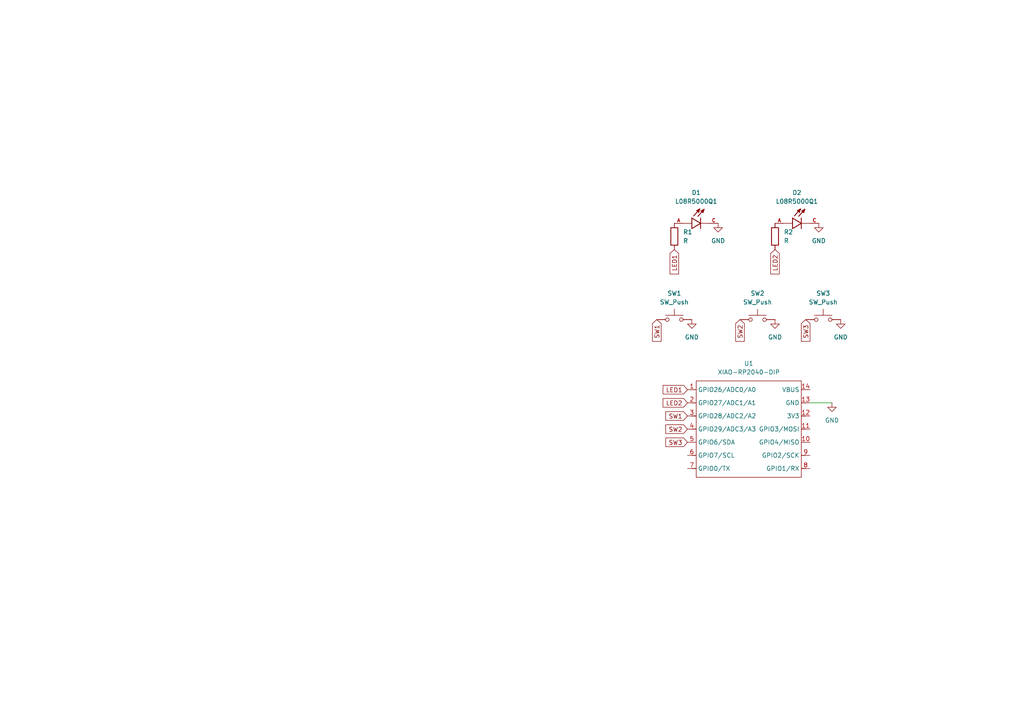
<source format=kicad_sch>
(kicad_sch
	(version 20250114)
	(generator "eeschema")
	(generator_version "9.0")
	(uuid "fb27eea5-7dfb-43ad-85fc-8edfe54c66bc")
	(paper "A4")
	(lib_symbols
		(symbol "Device:R"
			(pin_numbers
				(hide yes)
			)
			(pin_names
				(offset 0)
			)
			(exclude_from_sim no)
			(in_bom yes)
			(on_board yes)
			(property "Reference" "R"
				(at 2.032 0 90)
				(effects
					(font
						(size 1.27 1.27)
					)
				)
			)
			(property "Value" "R"
				(at 0 0 90)
				(effects
					(font
						(size 1.27 1.27)
					)
				)
			)
			(property "Footprint" ""
				(at -1.778 0 90)
				(effects
					(font
						(size 1.27 1.27)
					)
					(hide yes)
				)
			)
			(property "Datasheet" "~"
				(at 0 0 0)
				(effects
					(font
						(size 1.27 1.27)
					)
					(hide yes)
				)
			)
			(property "Description" "Resistor"
				(at 0 0 0)
				(effects
					(font
						(size 1.27 1.27)
					)
					(hide yes)
				)
			)
			(property "ki_keywords" "R res resistor"
				(at 0 0 0)
				(effects
					(font
						(size 1.27 1.27)
					)
					(hide yes)
				)
			)
			(property "ki_fp_filters" "R_*"
				(at 0 0 0)
				(effects
					(font
						(size 1.27 1.27)
					)
					(hide yes)
				)
			)
			(symbol "R_0_1"
				(rectangle
					(start -1.016 -2.54)
					(end 1.016 2.54)
					(stroke
						(width 0.254)
						(type default)
					)
					(fill
						(type none)
					)
				)
			)
			(symbol "R_1_1"
				(pin passive line
					(at 0 3.81 270)
					(length 1.27)
					(name "~"
						(effects
							(font
								(size 1.27 1.27)
							)
						)
					)
					(number "1"
						(effects
							(font
								(size 1.27 1.27)
							)
						)
					)
				)
				(pin passive line
					(at 0 -3.81 90)
					(length 1.27)
					(name "~"
						(effects
							(font
								(size 1.27 1.27)
							)
						)
					)
					(number "2"
						(effects
							(font
								(size 1.27 1.27)
							)
						)
					)
				)
			)
			(embedded_fonts no)
		)
		(symbol "L08R5000Q1:L08R5000Q1"
			(pin_names
				(offset 1.016)
			)
			(exclude_from_sim no)
			(in_bom yes)
			(on_board yes)
			(property "Reference" "D"
				(at -3.0988 4.4958 0)
				(effects
					(font
						(size 1.27 1.27)
					)
					(justify left bottom)
				)
			)
			(property "Value" "L08R5000Q1"
				(at -3.556 -3.302 0)
				(effects
					(font
						(size 1.27 1.27)
					)
					(justify left bottom)
				)
			)
			(property "Footprint" "L08R5000Q1:LEDRD254W57D500H1070"
				(at 0 0 0)
				(effects
					(font
						(size 1.27 1.27)
					)
					(justify bottom)
					(hide yes)
				)
			)
			(property "Datasheet" ""
				(at 0 0 0)
				(effects
					(font
						(size 1.27 1.27)
					)
					(hide yes)
				)
			)
			(property "Description" ""
				(at 0 0 0)
				(effects
					(font
						(size 1.27 1.27)
					)
					(hide yes)
				)
			)
			(property "MF" "LED Technology"
				(at 0 0 0)
				(effects
					(font
						(size 1.27 1.27)
					)
					(justify bottom)
					(hide yes)
				)
			)
			(property "MAXIMUM_PACKAGE_HEIGHT" "10.7mm"
				(at 0 0 0)
				(effects
					(font
						(size 1.27 1.27)
					)
					(justify bottom)
					(hide yes)
				)
			)
			(property "Package" "None"
				(at 0 0 0)
				(effects
					(font
						(size 1.27 1.27)
					)
					(justify bottom)
					(hide yes)
				)
			)
			(property "Price" "None"
				(at 0 0 0)
				(effects
					(font
						(size 1.27 1.27)
					)
					(justify bottom)
					(hide yes)
				)
			)
			(property "Check_prices" "https://www.snapeda.com/parts/L08R5000Q1/LED+Technology/view-part/?ref=eda"
				(at 0 0 0)
				(effects
					(font
						(size 1.27 1.27)
					)
					(justify bottom)
					(hide yes)
				)
			)
			(property "STANDARD" "IPC-7351B"
				(at 0 0 0)
				(effects
					(font
						(size 1.27 1.27)
					)
					(justify bottom)
					(hide yes)
				)
			)
			(property "PARTREV" "NA"
				(at 0 0 0)
				(effects
					(font
						(size 1.27 1.27)
					)
					(justify bottom)
					(hide yes)
				)
			)
			(property "SnapEDA_Link" "https://www.snapeda.com/parts/L08R5000Q1/LED+Technology/view-part/?ref=snap"
				(at 0 0 0)
				(effects
					(font
						(size 1.27 1.27)
					)
					(justify bottom)
					(hide yes)
				)
			)
			(property "MP" "L08R5000Q1"
				(at 0 0 0)
				(effects
					(font
						(size 1.27 1.27)
					)
					(justify bottom)
					(hide yes)
				)
			)
			(property "Description_1" "LED, 5MM, ORANGE; LED / Lamp Size: 5mm / T-1 3/4; LED Colour: Orange; Typ Luminous Intensity: 4.3mcd; Viewing Angle: ..."
				(at 0 0 0)
				(effects
					(font
						(size 1.27 1.27)
					)
					(justify bottom)
					(hide yes)
				)
			)
			(property "Availability" "Not in stock"
				(at 0 0 0)
				(effects
					(font
						(size 1.27 1.27)
					)
					(justify bottom)
					(hide yes)
				)
			)
			(property "MANUFACTURER" "LED TECHNOLOGY"
				(at 0 0 0)
				(effects
					(font
						(size 1.27 1.27)
					)
					(justify bottom)
					(hide yes)
				)
			)
			(symbol "L08R5000Q1_0_0"
				(polyline
					(pts
						(xy -2.54 1.524) (xy -2.54 0)
					)
					(stroke
						(width 0.254)
						(type default)
					)
					(fill
						(type none)
					)
				)
				(polyline
					(pts
						(xy -2.54 0) (xy -5.08 0)
					)
					(stroke
						(width 0.1524)
						(type default)
					)
					(fill
						(type none)
					)
				)
				(polyline
					(pts
						(xy -2.54 0) (xy -2.54 -1.524)
					)
					(stroke
						(width 0.254)
						(type default)
					)
					(fill
						(type none)
					)
				)
				(polyline
					(pts
						(xy -2.54 -1.524) (xy 0 0)
					)
					(stroke
						(width 0.254)
						(type default)
					)
					(fill
						(type none)
					)
				)
				(polyline
					(pts
						(xy -1.1176 3.683) (xy -0.2286 4.1656)
					)
					(stroke
						(width 0.254)
						(type default)
					)
					(fill
						(type none)
					)
				)
				(polyline
					(pts
						(xy -0.9398 3.6068) (xy -0.7112 3.7592)
					)
					(stroke
						(width 0.254)
						(type default)
					)
					(fill
						(type none)
					)
				)
				(polyline
					(pts
						(xy -0.5588 3.2004) (xy -1.1176 3.683)
					)
					(stroke
						(width 0.254)
						(type default)
					)
					(fill
						(type none)
					)
				)
				(polyline
					(pts
						(xy -0.5588 3.2004) (xy -0.5334 3.937)
					)
					(stroke
						(width 0.254)
						(type default)
					)
					(fill
						(type none)
					)
				)
				(polyline
					(pts
						(xy -0.5334 3.937) (xy -0.6604 3.937)
					)
					(stroke
						(width 0.254)
						(type default)
					)
					(fill
						(type none)
					)
				)
				(polyline
					(pts
						(xy -0.2286 4.1656) (xy -2.0066 2.1336)
					)
					(stroke
						(width 0.254)
						(type default)
					)
					(fill
						(type none)
					)
				)
				(polyline
					(pts
						(xy -0.2286 4.1656) (xy -0.5588 3.2004)
					)
					(stroke
						(width 0.254)
						(type default)
					)
					(fill
						(type none)
					)
				)
				(polyline
					(pts
						(xy 0 1.524) (xy 0 0)
					)
					(stroke
						(width 0.254)
						(type default)
					)
					(fill
						(type none)
					)
				)
				(polyline
					(pts
						(xy 0 0) (xy -2.54 1.524)
					)
					(stroke
						(width 0.254)
						(type default)
					)
					(fill
						(type none)
					)
				)
				(polyline
					(pts
						(xy 0 0) (xy 0 -1.524)
					)
					(stroke
						(width 0.254)
						(type default)
					)
					(fill
						(type none)
					)
				)
				(polyline
					(pts
						(xy 0.127 3.5814) (xy 1.016 4.064)
					)
					(stroke
						(width 0.254)
						(type default)
					)
					(fill
						(type none)
					)
				)
				(polyline
					(pts
						(xy 0.3048 3.5052) (xy 0.5334 3.6576)
					)
					(stroke
						(width 0.254)
						(type default)
					)
					(fill
						(type none)
					)
				)
				(polyline
					(pts
						(xy 0.6858 3.0988) (xy 0.127 3.5814)
					)
					(stroke
						(width 0.254)
						(type default)
					)
					(fill
						(type none)
					)
				)
				(polyline
					(pts
						(xy 0.6858 3.0988) (xy 0.7112 3.8354)
					)
					(stroke
						(width 0.254)
						(type default)
					)
					(fill
						(type none)
					)
				)
				(polyline
					(pts
						(xy 0.7112 3.8354) (xy 0.5842 3.8354)
					)
					(stroke
						(width 0.254)
						(type default)
					)
					(fill
						(type none)
					)
				)
				(polyline
					(pts
						(xy 1.016 4.064) (xy -0.762 2.032)
					)
					(stroke
						(width 0.254)
						(type default)
					)
					(fill
						(type none)
					)
				)
				(polyline
					(pts
						(xy 1.016 4.064) (xy 0.6858 3.0988)
					)
					(stroke
						(width 0.254)
						(type default)
					)
					(fill
						(type none)
					)
				)
				(polyline
					(pts
						(xy 2.54 0) (xy 0 0)
					)
					(stroke
						(width 0.1524)
						(type default)
					)
					(fill
						(type none)
					)
				)
				(pin passive line
					(at -7.62 0 0)
					(length 2.54)
					(name "~"
						(effects
							(font
								(size 1.016 1.016)
							)
						)
					)
					(number "A"
						(effects
							(font
								(size 1.016 1.016)
							)
						)
					)
				)
				(pin passive line
					(at 5.08 0 180)
					(length 2.54)
					(name "~"
						(effects
							(font
								(size 1.016 1.016)
							)
						)
					)
					(number "C"
						(effects
							(font
								(size 1.016 1.016)
							)
						)
					)
				)
			)
			(embedded_fonts no)
		)
		(symbol "Seeed_Studio_XIAO_Series:XIAO-RP2040-DIP"
			(exclude_from_sim no)
			(in_bom yes)
			(on_board yes)
			(property "Reference" "U"
				(at 0 0 0)
				(effects
					(font
						(size 1.27 1.27)
					)
				)
			)
			(property "Value" "XIAO-RP2040-DIP"
				(at 5.334 -1.778 0)
				(effects
					(font
						(size 1.27 1.27)
					)
				)
			)
			(property "Footprint" "Module:MOUDLE14P-XIAO-DIP-SMD"
				(at 14.478 -32.258 0)
				(effects
					(font
						(size 1.27 1.27)
					)
					(hide yes)
				)
			)
			(property "Datasheet" ""
				(at 0 0 0)
				(effects
					(font
						(size 1.27 1.27)
					)
					(hide yes)
				)
			)
			(property "Description" ""
				(at 0 0 0)
				(effects
					(font
						(size 1.27 1.27)
					)
					(hide yes)
				)
			)
			(symbol "XIAO-RP2040-DIP_1_0"
				(polyline
					(pts
						(xy -1.27 -2.54) (xy 29.21 -2.54)
					)
					(stroke
						(width 0.1524)
						(type solid)
					)
					(fill
						(type none)
					)
				)
				(polyline
					(pts
						(xy -1.27 -5.08) (xy -2.54 -5.08)
					)
					(stroke
						(width 0.1524)
						(type solid)
					)
					(fill
						(type none)
					)
				)
				(polyline
					(pts
						(xy -1.27 -5.08) (xy -1.27 -2.54)
					)
					(stroke
						(width 0.1524)
						(type solid)
					)
					(fill
						(type none)
					)
				)
				(polyline
					(pts
						(xy -1.27 -8.89) (xy -2.54 -8.89)
					)
					(stroke
						(width 0.1524)
						(type solid)
					)
					(fill
						(type none)
					)
				)
				(polyline
					(pts
						(xy -1.27 -8.89) (xy -1.27 -5.08)
					)
					(stroke
						(width 0.1524)
						(type solid)
					)
					(fill
						(type none)
					)
				)
				(polyline
					(pts
						(xy -1.27 -12.7) (xy -2.54 -12.7)
					)
					(stroke
						(width 0.1524)
						(type solid)
					)
					(fill
						(type none)
					)
				)
				(polyline
					(pts
						(xy -1.27 -12.7) (xy -1.27 -8.89)
					)
					(stroke
						(width 0.1524)
						(type solid)
					)
					(fill
						(type none)
					)
				)
				(polyline
					(pts
						(xy -1.27 -16.51) (xy -2.54 -16.51)
					)
					(stroke
						(width 0.1524)
						(type solid)
					)
					(fill
						(type none)
					)
				)
				(polyline
					(pts
						(xy -1.27 -16.51) (xy -1.27 -12.7)
					)
					(stroke
						(width 0.1524)
						(type solid)
					)
					(fill
						(type none)
					)
				)
				(polyline
					(pts
						(xy -1.27 -20.32) (xy -2.54 -20.32)
					)
					(stroke
						(width 0.1524)
						(type solid)
					)
					(fill
						(type none)
					)
				)
				(polyline
					(pts
						(xy -1.27 -24.13) (xy -2.54 -24.13)
					)
					(stroke
						(width 0.1524)
						(type solid)
					)
					(fill
						(type none)
					)
				)
				(polyline
					(pts
						(xy -1.27 -27.94) (xy -2.54 -27.94)
					)
					(stroke
						(width 0.1524)
						(type solid)
					)
					(fill
						(type none)
					)
				)
				(polyline
					(pts
						(xy -1.27 -30.48) (xy -1.27 -16.51)
					)
					(stroke
						(width 0.1524)
						(type solid)
					)
					(fill
						(type none)
					)
				)
				(polyline
					(pts
						(xy 29.21 -2.54) (xy 29.21 -5.08)
					)
					(stroke
						(width 0.1524)
						(type solid)
					)
					(fill
						(type none)
					)
				)
				(polyline
					(pts
						(xy 29.21 -5.08) (xy 29.21 -8.89)
					)
					(stroke
						(width 0.1524)
						(type solid)
					)
					(fill
						(type none)
					)
				)
				(polyline
					(pts
						(xy 29.21 -8.89) (xy 29.21 -12.7)
					)
					(stroke
						(width 0.1524)
						(type solid)
					)
					(fill
						(type none)
					)
				)
				(polyline
					(pts
						(xy 29.21 -12.7) (xy 29.21 -30.48)
					)
					(stroke
						(width 0.1524)
						(type solid)
					)
					(fill
						(type none)
					)
				)
				(polyline
					(pts
						(xy 29.21 -30.48) (xy -1.27 -30.48)
					)
					(stroke
						(width 0.1524)
						(type solid)
					)
					(fill
						(type none)
					)
				)
				(polyline
					(pts
						(xy 30.48 -5.08) (xy 29.21 -5.08)
					)
					(stroke
						(width 0.1524)
						(type solid)
					)
					(fill
						(type none)
					)
				)
				(polyline
					(pts
						(xy 30.48 -8.89) (xy 29.21 -8.89)
					)
					(stroke
						(width 0.1524)
						(type solid)
					)
					(fill
						(type none)
					)
				)
				(polyline
					(pts
						(xy 30.48 -12.7) (xy 29.21 -12.7)
					)
					(stroke
						(width 0.1524)
						(type solid)
					)
					(fill
						(type none)
					)
				)
				(polyline
					(pts
						(xy 30.48 -16.51) (xy 29.21 -16.51)
					)
					(stroke
						(width 0.1524)
						(type solid)
					)
					(fill
						(type none)
					)
				)
				(polyline
					(pts
						(xy 30.48 -20.32) (xy 29.21 -20.32)
					)
					(stroke
						(width 0.1524)
						(type solid)
					)
					(fill
						(type none)
					)
				)
				(polyline
					(pts
						(xy 30.48 -24.13) (xy 29.21 -24.13)
					)
					(stroke
						(width 0.1524)
						(type solid)
					)
					(fill
						(type none)
					)
				)
				(polyline
					(pts
						(xy 30.48 -27.94) (xy 29.21 -27.94)
					)
					(stroke
						(width 0.1524)
						(type solid)
					)
					(fill
						(type none)
					)
				)
				(pin passive line
					(at -3.81 -5.08 0)
					(length 2.54)
					(name "GPIO26/ADC0/A0"
						(effects
							(font
								(size 1.27 1.27)
							)
						)
					)
					(number "1"
						(effects
							(font
								(size 1.27 1.27)
							)
						)
					)
				)
				(pin passive line
					(at -3.81 -8.89 0)
					(length 2.54)
					(name "GPIO27/ADC1/A1"
						(effects
							(font
								(size 1.27 1.27)
							)
						)
					)
					(number "2"
						(effects
							(font
								(size 1.27 1.27)
							)
						)
					)
				)
				(pin passive line
					(at -3.81 -12.7 0)
					(length 2.54)
					(name "GPIO28/ADC2/A2"
						(effects
							(font
								(size 1.27 1.27)
							)
						)
					)
					(number "3"
						(effects
							(font
								(size 1.27 1.27)
							)
						)
					)
				)
				(pin passive line
					(at -3.81 -16.51 0)
					(length 2.54)
					(name "GPIO29/ADC3/A3"
						(effects
							(font
								(size 1.27 1.27)
							)
						)
					)
					(number "4"
						(effects
							(font
								(size 1.27 1.27)
							)
						)
					)
				)
				(pin passive line
					(at -3.81 -20.32 0)
					(length 2.54)
					(name "GPIO6/SDA"
						(effects
							(font
								(size 1.27 1.27)
							)
						)
					)
					(number "5"
						(effects
							(font
								(size 1.27 1.27)
							)
						)
					)
				)
				(pin passive line
					(at -3.81 -24.13 0)
					(length 2.54)
					(name "GPIO7/SCL"
						(effects
							(font
								(size 1.27 1.27)
							)
						)
					)
					(number "6"
						(effects
							(font
								(size 1.27 1.27)
							)
						)
					)
				)
				(pin passive line
					(at -3.81 -27.94 0)
					(length 2.54)
					(name "GPIO0/TX"
						(effects
							(font
								(size 1.27 1.27)
							)
						)
					)
					(number "7"
						(effects
							(font
								(size 1.27 1.27)
							)
						)
					)
				)
				(pin passive line
					(at 31.75 -5.08 180)
					(length 2.54)
					(name "VBUS"
						(effects
							(font
								(size 1.27 1.27)
							)
						)
					)
					(number "14"
						(effects
							(font
								(size 1.27 1.27)
							)
						)
					)
				)
				(pin passive line
					(at 31.75 -8.89 180)
					(length 2.54)
					(name "GND"
						(effects
							(font
								(size 1.27 1.27)
							)
						)
					)
					(number "13"
						(effects
							(font
								(size 1.27 1.27)
							)
						)
					)
				)
				(pin passive line
					(at 31.75 -12.7 180)
					(length 2.54)
					(name "3V3"
						(effects
							(font
								(size 1.27 1.27)
							)
						)
					)
					(number "12"
						(effects
							(font
								(size 1.27 1.27)
							)
						)
					)
				)
				(pin passive line
					(at 31.75 -16.51 180)
					(length 2.54)
					(name "GPIO3/MOSI"
						(effects
							(font
								(size 1.27 1.27)
							)
						)
					)
					(number "11"
						(effects
							(font
								(size 1.27 1.27)
							)
						)
					)
				)
				(pin passive line
					(at 31.75 -20.32 180)
					(length 2.54)
					(name "GPIO4/MISO"
						(effects
							(font
								(size 1.27 1.27)
							)
						)
					)
					(number "10"
						(effects
							(font
								(size 1.27 1.27)
							)
						)
					)
				)
				(pin passive line
					(at 31.75 -24.13 180)
					(length 2.54)
					(name "GPIO2/SCK"
						(effects
							(font
								(size 1.27 1.27)
							)
						)
					)
					(number "9"
						(effects
							(font
								(size 1.27 1.27)
							)
						)
					)
				)
				(pin passive line
					(at 31.75 -27.94 180)
					(length 2.54)
					(name "GPIO1/RX"
						(effects
							(font
								(size 1.27 1.27)
							)
						)
					)
					(number "8"
						(effects
							(font
								(size 1.27 1.27)
							)
						)
					)
				)
			)
			(embedded_fonts no)
		)
		(symbol "Switch:SW_Push"
			(pin_numbers
				(hide yes)
			)
			(pin_names
				(offset 1.016)
				(hide yes)
			)
			(exclude_from_sim no)
			(in_bom yes)
			(on_board yes)
			(property "Reference" "SW"
				(at 1.27 2.54 0)
				(effects
					(font
						(size 1.27 1.27)
					)
					(justify left)
				)
			)
			(property "Value" "SW_Push"
				(at 0 -1.524 0)
				(effects
					(font
						(size 1.27 1.27)
					)
				)
			)
			(property "Footprint" ""
				(at 0 5.08 0)
				(effects
					(font
						(size 1.27 1.27)
					)
					(hide yes)
				)
			)
			(property "Datasheet" "~"
				(at 0 5.08 0)
				(effects
					(font
						(size 1.27 1.27)
					)
					(hide yes)
				)
			)
			(property "Description" "Push button switch, generic, two pins"
				(at 0 0 0)
				(effects
					(font
						(size 1.27 1.27)
					)
					(hide yes)
				)
			)
			(property "ki_keywords" "switch normally-open pushbutton push-button"
				(at 0 0 0)
				(effects
					(font
						(size 1.27 1.27)
					)
					(hide yes)
				)
			)
			(symbol "SW_Push_0_1"
				(circle
					(center -2.032 0)
					(radius 0.508)
					(stroke
						(width 0)
						(type default)
					)
					(fill
						(type none)
					)
				)
				(polyline
					(pts
						(xy 0 1.27) (xy 0 3.048)
					)
					(stroke
						(width 0)
						(type default)
					)
					(fill
						(type none)
					)
				)
				(circle
					(center 2.032 0)
					(radius 0.508)
					(stroke
						(width 0)
						(type default)
					)
					(fill
						(type none)
					)
				)
				(polyline
					(pts
						(xy 2.54 1.27) (xy -2.54 1.27)
					)
					(stroke
						(width 0)
						(type default)
					)
					(fill
						(type none)
					)
				)
				(pin passive line
					(at -5.08 0 0)
					(length 2.54)
					(name "1"
						(effects
							(font
								(size 1.27 1.27)
							)
						)
					)
					(number "1"
						(effects
							(font
								(size 1.27 1.27)
							)
						)
					)
				)
				(pin passive line
					(at 5.08 0 180)
					(length 2.54)
					(name "2"
						(effects
							(font
								(size 1.27 1.27)
							)
						)
					)
					(number "2"
						(effects
							(font
								(size 1.27 1.27)
							)
						)
					)
				)
			)
			(embedded_fonts no)
		)
		(symbol "power:GND"
			(power)
			(pin_numbers
				(hide yes)
			)
			(pin_names
				(offset 0)
				(hide yes)
			)
			(exclude_from_sim no)
			(in_bom yes)
			(on_board yes)
			(property "Reference" "#PWR"
				(at 0 -6.35 0)
				(effects
					(font
						(size 1.27 1.27)
					)
					(hide yes)
				)
			)
			(property "Value" "GND"
				(at 0 -3.81 0)
				(effects
					(font
						(size 1.27 1.27)
					)
				)
			)
			(property "Footprint" ""
				(at 0 0 0)
				(effects
					(font
						(size 1.27 1.27)
					)
					(hide yes)
				)
			)
			(property "Datasheet" ""
				(at 0 0 0)
				(effects
					(font
						(size 1.27 1.27)
					)
					(hide yes)
				)
			)
			(property "Description" "Power symbol creates a global label with name \"GND\" , ground"
				(at 0 0 0)
				(effects
					(font
						(size 1.27 1.27)
					)
					(hide yes)
				)
			)
			(property "ki_keywords" "global power"
				(at 0 0 0)
				(effects
					(font
						(size 1.27 1.27)
					)
					(hide yes)
				)
			)
			(symbol "GND_0_1"
				(polyline
					(pts
						(xy 0 0) (xy 0 -1.27) (xy 1.27 -1.27) (xy 0 -2.54) (xy -1.27 -1.27) (xy 0 -1.27)
					)
					(stroke
						(width 0)
						(type default)
					)
					(fill
						(type none)
					)
				)
			)
			(symbol "GND_1_1"
				(pin power_in line
					(at 0 0 270)
					(length 0)
					(name "~"
						(effects
							(font
								(size 1.27 1.27)
							)
						)
					)
					(number "1"
						(effects
							(font
								(size 1.27 1.27)
							)
						)
					)
				)
			)
			(embedded_fonts no)
		)
	)
	(wire
		(pts
			(xy 234.95 116.84) (xy 241.3 116.84)
		)
		(stroke
			(width 0)
			(type default)
		)
		(uuid "5eb32ac6-d1d7-4064-966f-4811f93e9d9b")
	)
	(global_label "SW1"
		(shape input)
		(at 190.5 92.71 270)
		(fields_autoplaced yes)
		(effects
			(font
				(size 1.27 1.27)
			)
			(justify right)
		)
		(uuid "25f44681-09d6-40ee-855b-a59fbbd3eb13")
		(property "Intersheetrefs" "${INTERSHEET_REFS}"
			(at 190.5 99.5656 90)
			(effects
				(font
					(size 1.27 1.27)
				)
				(justify right)
				(hide yes)
			)
		)
	)
	(global_label "SW3"
		(shape input)
		(at 199.39 128.27 180)
		(fields_autoplaced yes)
		(effects
			(font
				(size 1.27 1.27)
			)
			(justify right)
		)
		(uuid "4046a80b-234c-4007-bebc-8cad427e98ad")
		(property "Intersheetrefs" "${INTERSHEET_REFS}"
			(at 192.5344 128.27 0)
			(effects
				(font
					(size 1.27 1.27)
				)
				(justify right)
				(hide yes)
			)
		)
	)
	(global_label "SW3"
		(shape input)
		(at 233.68 92.71 270)
		(fields_autoplaced yes)
		(effects
			(font
				(size 1.27 1.27)
			)
			(justify right)
		)
		(uuid "73e20668-4f56-4cbf-81e4-cb9ada6b8576")
		(property "Intersheetrefs" "${INTERSHEET_REFS}"
			(at 233.68 99.5656 90)
			(effects
				(font
					(size 1.27 1.27)
				)
				(justify right)
				(hide yes)
			)
		)
	)
	(global_label "LED1"
		(shape input)
		(at 195.58 72.39 270)
		(fields_autoplaced yes)
		(effects
			(font
				(size 1.27 1.27)
			)
			(justify right)
		)
		(uuid "7769afe5-a7a6-472d-9dda-3bbd738b0d5d")
		(property "Intersheetrefs" "${INTERSHEET_REFS}"
			(at 195.58 80.0318 90)
			(effects
				(font
					(size 1.27 1.27)
				)
				(justify right)
				(hide yes)
			)
		)
	)
	(global_label "SW2"
		(shape input)
		(at 214.63 92.71 270)
		(fields_autoplaced yes)
		(effects
			(font
				(size 1.27 1.27)
			)
			(justify right)
		)
		(uuid "7ebf5f5f-1ce7-4671-8379-e3c00e125d25")
		(property "Intersheetrefs" "${INTERSHEET_REFS}"
			(at 214.63 99.5656 90)
			(effects
				(font
					(size 1.27 1.27)
				)
				(justify right)
				(hide yes)
			)
		)
	)
	(global_label "LED2"
		(shape input)
		(at 224.79 72.39 270)
		(fields_autoplaced yes)
		(effects
			(font
				(size 1.27 1.27)
			)
			(justify right)
		)
		(uuid "91279dc6-7a5e-42da-943b-fe9db108694c")
		(property "Intersheetrefs" "${INTERSHEET_REFS}"
			(at 224.79 80.0318 90)
			(effects
				(font
					(size 1.27 1.27)
				)
				(justify right)
				(hide yes)
			)
		)
	)
	(global_label "SW1"
		(shape input)
		(at 199.39 120.65 180)
		(fields_autoplaced yes)
		(effects
			(font
				(size 1.27 1.27)
			)
			(justify right)
		)
		(uuid "b4b294fe-1ed7-4657-919a-9c5fd12b361a")
		(property "Intersheetrefs" "${INTERSHEET_REFS}"
			(at 192.5344 120.65 0)
			(effects
				(font
					(size 1.27 1.27)
				)
				(justify right)
				(hide yes)
			)
		)
	)
	(global_label "LED2"
		(shape input)
		(at 199.39 116.84 180)
		(fields_autoplaced yes)
		(effects
			(font
				(size 1.27 1.27)
			)
			(justify right)
		)
		(uuid "bab63590-e95c-42fe-a355-13f328398196")
		(property "Intersheetrefs" "${INTERSHEET_REFS}"
			(at 191.7482 116.84 0)
			(effects
				(font
					(size 1.27 1.27)
				)
				(justify right)
				(hide yes)
			)
		)
	)
	(global_label "SW2"
		(shape input)
		(at 199.39 124.46 180)
		(fields_autoplaced yes)
		(effects
			(font
				(size 1.27 1.27)
			)
			(justify right)
		)
		(uuid "d0f55fb6-b857-498e-90e1-7775d338f816")
		(property "Intersheetrefs" "${INTERSHEET_REFS}"
			(at 192.5344 124.46 0)
			(effects
				(font
					(size 1.27 1.27)
				)
				(justify right)
				(hide yes)
			)
		)
	)
	(global_label "LED1"
		(shape input)
		(at 199.39 113.03 180)
		(fields_autoplaced yes)
		(effects
			(font
				(size 1.27 1.27)
			)
			(justify right)
		)
		(uuid "d2aa01db-b95a-4c1e-b32d-57bbbef840c4")
		(property "Intersheetrefs" "${INTERSHEET_REFS}"
			(at 191.7482 113.03 0)
			(effects
				(font
					(size 1.27 1.27)
				)
				(justify right)
				(hide yes)
			)
		)
	)
	(symbol
		(lib_id "power:GND")
		(at 243.84 92.71 0)
		(unit 1)
		(exclude_from_sim no)
		(in_bom yes)
		(on_board yes)
		(dnp no)
		(fields_autoplaced yes)
		(uuid "00d9b09e-2833-473a-968a-b975356165b4")
		(property "Reference" "#PWR05"
			(at 243.84 99.06 0)
			(effects
				(font
					(size 1.27 1.27)
				)
				(hide yes)
			)
		)
		(property "Value" "GND"
			(at 243.84 97.79 0)
			(effects
				(font
					(size 1.27 1.27)
				)
			)
		)
		(property "Footprint" ""
			(at 243.84 92.71 0)
			(effects
				(font
					(size 1.27 1.27)
				)
				(hide yes)
			)
		)
		(property "Datasheet" ""
			(at 243.84 92.71 0)
			(effects
				(font
					(size 1.27 1.27)
				)
				(hide yes)
			)
		)
		(property "Description" "Power symbol creates a global label with name \"GND\" , ground"
			(at 243.84 92.71 0)
			(effects
				(font
					(size 1.27 1.27)
				)
				(hide yes)
			)
		)
		(pin "1"
			(uuid "b6278490-f439-456f-8ab3-f8b5a34fecba")
		)
		(instances
			(project ""
				(path "/fb27eea5-7dfb-43ad-85fc-8edfe54c66bc"
					(reference "#PWR05")
					(unit 1)
				)
			)
		)
	)
	(symbol
		(lib_id "Switch:SW_Push")
		(at 219.71 92.71 0)
		(unit 1)
		(exclude_from_sim no)
		(in_bom yes)
		(on_board yes)
		(dnp no)
		(fields_autoplaced yes)
		(uuid "0b2dba06-d216-46ec-b59a-f5103d3c9ad5")
		(property "Reference" "SW2"
			(at 219.71 85.09 0)
			(effects
				(font
					(size 1.27 1.27)
				)
			)
		)
		(property "Value" "SW_Push"
			(at 219.71 87.63 0)
			(effects
				(font
					(size 1.27 1.27)
				)
			)
		)
		(property "Footprint" "Button_Switch_Keyboard:SW_Cherry_MX_1.00u_PCB"
			(at 219.71 87.63 0)
			(effects
				(font
					(size 1.27 1.27)
				)
				(hide yes)
			)
		)
		(property "Datasheet" "~"
			(at 219.71 87.63 0)
			(effects
				(font
					(size 1.27 1.27)
				)
				(hide yes)
			)
		)
		(property "Description" "Push button switch, generic, two pins"
			(at 219.71 92.71 0)
			(effects
				(font
					(size 1.27 1.27)
				)
				(hide yes)
			)
		)
		(pin "1"
			(uuid "ca499feb-7ca8-4def-90ae-0b81ea93165a")
		)
		(pin "2"
			(uuid "84b0950b-14d2-43b5-b0d5-1b6177740167")
		)
		(instances
			(project ""
				(path "/fb27eea5-7dfb-43ad-85fc-8edfe54c66bc"
					(reference "SW2")
					(unit 1)
				)
			)
		)
	)
	(symbol
		(lib_id "power:GND")
		(at 237.49 64.77 0)
		(unit 1)
		(exclude_from_sim no)
		(in_bom yes)
		(on_board yes)
		(dnp no)
		(fields_autoplaced yes)
		(uuid "34a6ff3c-bb61-48aa-b87b-9a90d7d20bae")
		(property "Reference" "#PWR02"
			(at 237.49 71.12 0)
			(effects
				(font
					(size 1.27 1.27)
				)
				(hide yes)
			)
		)
		(property "Value" "GND"
			(at 237.49 69.85 0)
			(effects
				(font
					(size 1.27 1.27)
				)
			)
		)
		(property "Footprint" ""
			(at 237.49 64.77 0)
			(effects
				(font
					(size 1.27 1.27)
				)
				(hide yes)
			)
		)
		(property "Datasheet" ""
			(at 237.49 64.77 0)
			(effects
				(font
					(size 1.27 1.27)
				)
				(hide yes)
			)
		)
		(property "Description" "Power symbol creates a global label with name \"GND\" , ground"
			(at 237.49 64.77 0)
			(effects
				(font
					(size 1.27 1.27)
				)
				(hide yes)
			)
		)
		(pin "1"
			(uuid "aed39baf-33da-43fa-a177-e8bd17895579")
		)
		(instances
			(project ""
				(path "/fb27eea5-7dfb-43ad-85fc-8edfe54c66bc"
					(reference "#PWR02")
					(unit 1)
				)
			)
		)
	)
	(symbol
		(lib_id "Switch:SW_Push")
		(at 195.58 92.71 0)
		(unit 1)
		(exclude_from_sim no)
		(in_bom yes)
		(on_board yes)
		(dnp no)
		(fields_autoplaced yes)
		(uuid "3e8b3444-7fc0-4aa9-b5f1-d64190f8872a")
		(property "Reference" "SW1"
			(at 195.58 85.09 0)
			(effects
				(font
					(size 1.27 1.27)
				)
			)
		)
		(property "Value" "SW_Push"
			(at 195.58 87.63 0)
			(effects
				(font
					(size 1.27 1.27)
				)
			)
		)
		(property "Footprint" "Button_Switch_Keyboard:SW_Cherry_MX_1.00u_PCB"
			(at 195.58 87.63 0)
			(effects
				(font
					(size 1.27 1.27)
				)
				(hide yes)
			)
		)
		(property "Datasheet" "~"
			(at 195.58 87.63 0)
			(effects
				(font
					(size 1.27 1.27)
				)
				(hide yes)
			)
		)
		(property "Description" "Push button switch, generic, two pins"
			(at 195.58 92.71 0)
			(effects
				(font
					(size 1.27 1.27)
				)
				(hide yes)
			)
		)
		(pin "1"
			(uuid "94b42f49-d645-4513-9224-57fb42e6f590")
		)
		(pin "2"
			(uuid "453a96df-9fb8-405e-b9c3-bcad16cbc6df")
		)
		(instances
			(project ""
				(path "/fb27eea5-7dfb-43ad-85fc-8edfe54c66bc"
					(reference "SW1")
					(unit 1)
				)
			)
		)
	)
	(symbol
		(lib_id "Switch:SW_Push")
		(at 238.76 92.71 0)
		(unit 1)
		(exclude_from_sim no)
		(in_bom yes)
		(on_board yes)
		(dnp no)
		(fields_autoplaced yes)
		(uuid "74d589f2-c1c6-42b7-a098-8071a5e584e5")
		(property "Reference" "SW3"
			(at 238.76 85.09 0)
			(effects
				(font
					(size 1.27 1.27)
				)
			)
		)
		(property "Value" "SW_Push"
			(at 238.76 87.63 0)
			(effects
				(font
					(size 1.27 1.27)
				)
			)
		)
		(property "Footprint" "Button_Switch_Keyboard:SW_Cherry_MX_1.00u_PCB"
			(at 238.76 87.63 0)
			(effects
				(font
					(size 1.27 1.27)
				)
				(hide yes)
			)
		)
		(property "Datasheet" "~"
			(at 238.76 87.63 0)
			(effects
				(font
					(size 1.27 1.27)
				)
				(hide yes)
			)
		)
		(property "Description" "Push button switch, generic, two pins"
			(at 238.76 92.71 0)
			(effects
				(font
					(size 1.27 1.27)
				)
				(hide yes)
			)
		)
		(pin "1"
			(uuid "1631f58b-36cd-4e15-9136-6d84908d0168")
		)
		(pin "2"
			(uuid "9b83f201-9f74-44ae-9b92-1f1440d991bf")
		)
		(instances
			(project ""
				(path "/fb27eea5-7dfb-43ad-85fc-8edfe54c66bc"
					(reference "SW3")
					(unit 1)
				)
			)
		)
	)
	(symbol
		(lib_id "Device:R")
		(at 224.79 68.58 0)
		(unit 1)
		(exclude_from_sim no)
		(in_bom yes)
		(on_board yes)
		(dnp no)
		(fields_autoplaced yes)
		(uuid "924b0284-507c-4175-8059-277fd736e5a9")
		(property "Reference" "R2"
			(at 227.33 67.3099 0)
			(effects
				(font
					(size 1.27 1.27)
				)
				(justify left)
			)
		)
		(property "Value" "R"
			(at 227.33 69.8499 0)
			(effects
				(font
					(size 1.27 1.27)
				)
				(justify left)
			)
		)
		(property "Footprint" "Resistor_THT:R_Axial_DIN0204_L3.6mm_D1.6mm_P5.08mm_Horizontal"
			(at 223.012 68.58 90)
			(effects
				(font
					(size 1.27 1.27)
				)
				(hide yes)
			)
		)
		(property "Datasheet" "~"
			(at 224.79 68.58 0)
			(effects
				(font
					(size 1.27 1.27)
				)
				(hide yes)
			)
		)
		(property "Description" "Resistor"
			(at 224.79 68.58 0)
			(effects
				(font
					(size 1.27 1.27)
				)
				(hide yes)
			)
		)
		(pin "1"
			(uuid "b538f6d6-c878-466b-95f1-fa986fd107d0")
		)
		(pin "2"
			(uuid "c7be75a6-f220-4752-989e-fce4dece4324")
		)
		(instances
			(project ""
				(path "/fb27eea5-7dfb-43ad-85fc-8edfe54c66bc"
					(reference "R2")
					(unit 1)
				)
			)
		)
	)
	(symbol
		(lib_id "L08R5000Q1:L08R5000Q1")
		(at 232.41 64.77 0)
		(unit 1)
		(exclude_from_sim no)
		(in_bom yes)
		(on_board yes)
		(dnp no)
		(fields_autoplaced yes)
		(uuid "b61e3fd9-e5f7-4e87-941b-10a7755e5244")
		(property "Reference" "D2"
			(at 231.14 55.88 0)
			(effects
				(font
					(size 1.27 1.27)
				)
			)
		)
		(property "Value" "L08R5000Q1"
			(at 231.14 58.42 0)
			(effects
				(font
					(size 1.27 1.27)
				)
			)
		)
		(property "Footprint" "footprints:LEDRD254W57D500H1070"
			(at 232.41 64.77 0)
			(effects
				(font
					(size 1.27 1.27)
				)
				(justify bottom)
				(hide yes)
			)
		)
		(property "Datasheet" ""
			(at 232.41 64.77 0)
			(effects
				(font
					(size 1.27 1.27)
				)
				(hide yes)
			)
		)
		(property "Description" ""
			(at 232.41 64.77 0)
			(effects
				(font
					(size 1.27 1.27)
				)
				(hide yes)
			)
		)
		(property "MF" "LED Technology"
			(at 232.41 64.77 0)
			(effects
				(font
					(size 1.27 1.27)
				)
				(justify bottom)
				(hide yes)
			)
		)
		(property "MAXIMUM_PACKAGE_HEIGHT" "10.7mm"
			(at 232.41 64.77 0)
			(effects
				(font
					(size 1.27 1.27)
				)
				(justify bottom)
				(hide yes)
			)
		)
		(property "Package" "None"
			(at 232.41 64.77 0)
			(effects
				(font
					(size 1.27 1.27)
				)
				(justify bottom)
				(hide yes)
			)
		)
		(property "Price" "None"
			(at 232.41 64.77 0)
			(effects
				(font
					(size 1.27 1.27)
				)
				(justify bottom)
				(hide yes)
			)
		)
		(property "Check_prices" "https://www.snapeda.com/parts/L08R5000Q1/LED+Technology/view-part/?ref=eda"
			(at 232.41 64.77 0)
			(effects
				(font
					(size 1.27 1.27)
				)
				(justify bottom)
				(hide yes)
			)
		)
		(property "STANDARD" "IPC-7351B"
			(at 232.41 64.77 0)
			(effects
				(font
					(size 1.27 1.27)
				)
				(justify bottom)
				(hide yes)
			)
		)
		(property "PARTREV" "NA"
			(at 232.41 64.77 0)
			(effects
				(font
					(size 1.27 1.27)
				)
				(justify bottom)
				(hide yes)
			)
		)
		(property "SnapEDA_Link" "https://www.snapeda.com/parts/L08R5000Q1/LED+Technology/view-part/?ref=snap"
			(at 232.41 64.77 0)
			(effects
				(font
					(size 1.27 1.27)
				)
				(justify bottom)
				(hide yes)
			)
		)
		(property "MP" "L08R5000Q1"
			(at 232.41 64.77 0)
			(effects
				(font
					(size 1.27 1.27)
				)
				(justify bottom)
				(hide yes)
			)
		)
		(property "Description_1" "LED, 5MM, ORANGE; LED / Lamp Size: 5mm / T-1 3/4; LED Colour: Orange; Typ Luminous Intensity: 4.3mcd; Viewing Angle: ..."
			(at 232.41 64.77 0)
			(effects
				(font
					(size 1.27 1.27)
				)
				(justify bottom)
				(hide yes)
			)
		)
		(property "Availability" "Not in stock"
			(at 232.41 64.77 0)
			(effects
				(font
					(size 1.27 1.27)
				)
				(justify bottom)
				(hide yes)
			)
		)
		(property "MANUFACTURER" "LED TECHNOLOGY"
			(at 232.41 64.77 0)
			(effects
				(font
					(size 1.27 1.27)
				)
				(justify bottom)
				(hide yes)
			)
		)
		(pin "A"
			(uuid "88fdaac1-4e9c-4a43-ab5e-b21eafc58e31")
		)
		(pin "C"
			(uuid "020776ce-71c6-4e10-9bfc-b82a59b10921")
		)
		(instances
			(project ""
				(path "/fb27eea5-7dfb-43ad-85fc-8edfe54c66bc"
					(reference "D2")
					(unit 1)
				)
			)
		)
	)
	(symbol
		(lib_id "Seeed_Studio_XIAO_Series:XIAO-RP2040-DIP")
		(at 203.2 107.95 0)
		(unit 1)
		(exclude_from_sim no)
		(in_bom yes)
		(on_board yes)
		(dnp no)
		(fields_autoplaced yes)
		(uuid "bcd19195-7102-49a1-a964-56e9015dae64")
		(property "Reference" "U1"
			(at 217.17 105.41 0)
			(effects
				(font
					(size 1.27 1.27)
				)
			)
		)
		(property "Value" "XIAO-RP2040-DIP"
			(at 217.17 107.95 0)
			(effects
				(font
					(size 1.27 1.27)
				)
			)
		)
		(property "Footprint" "kicad things:XIAO-RP2040-DIP"
			(at 217.678 140.208 0)
			(effects
				(font
					(size 1.27 1.27)
				)
				(hide yes)
			)
		)
		(property "Datasheet" ""
			(at 203.2 107.95 0)
			(effects
				(font
					(size 1.27 1.27)
				)
				(hide yes)
			)
		)
		(property "Description" ""
			(at 203.2 107.95 0)
			(effects
				(font
					(size 1.27 1.27)
				)
				(hide yes)
			)
		)
		(pin "9"
			(uuid "a15e56fb-1ada-4b29-ab2a-bacea41c8e5c")
		)
		(pin "1"
			(uuid "b02ed2c0-bbdc-4c41-8eb1-e509628872ff")
		)
		(pin "13"
			(uuid "6ef9e381-8132-4570-a51f-6177bdf83d7c")
		)
		(pin "14"
			(uuid "d1326635-2f99-4aef-a3ad-a85b6357d3da")
		)
		(pin "3"
			(uuid "34692229-d121-4220-94a3-bfaaf5bb7e08")
		)
		(pin "2"
			(uuid "0676bb08-e406-4ce9-a493-77f656736ed7")
		)
		(pin "8"
			(uuid "ced6a53b-fe08-43ff-a4f4-82b2b06a0ecb")
		)
		(pin "10"
			(uuid "d0e225bc-2ad4-48fc-8ee2-afbf6c655dff")
		)
		(pin "4"
			(uuid "4cb25cd8-3e6a-47f6-be92-fac886451521")
		)
		(pin "6"
			(uuid "544937c1-ee83-49ad-9521-f1e949beb9a9")
		)
		(pin "12"
			(uuid "ea31ee0f-1189-40c2-9ade-689ead3be844")
		)
		(pin "11"
			(uuid "6a1bed8d-3f98-485a-a202-e74272671b5f")
		)
		(pin "7"
			(uuid "e934781e-f47b-4a71-9ca7-1a75703b0830")
		)
		(pin "5"
			(uuid "6a640122-95e9-42d6-b0cf-ce47cd2ff38d")
		)
		(instances
			(project ""
				(path "/fb27eea5-7dfb-43ad-85fc-8edfe54c66bc"
					(reference "U1")
					(unit 1)
				)
			)
		)
	)
	(symbol
		(lib_id "power:GND")
		(at 208.28 64.77 0)
		(unit 1)
		(exclude_from_sim no)
		(in_bom yes)
		(on_board yes)
		(dnp no)
		(fields_autoplaced yes)
		(uuid "c3003ad9-a0d0-45fa-bc95-a516afb86eb0")
		(property "Reference" "#PWR01"
			(at 208.28 71.12 0)
			(effects
				(font
					(size 1.27 1.27)
				)
				(hide yes)
			)
		)
		(property "Value" "GND"
			(at 208.28 69.85 0)
			(effects
				(font
					(size 1.27 1.27)
				)
			)
		)
		(property "Footprint" ""
			(at 208.28 64.77 0)
			(effects
				(font
					(size 1.27 1.27)
				)
				(hide yes)
			)
		)
		(property "Datasheet" ""
			(at 208.28 64.77 0)
			(effects
				(font
					(size 1.27 1.27)
				)
				(hide yes)
			)
		)
		(property "Description" "Power symbol creates a global label with name \"GND\" , ground"
			(at 208.28 64.77 0)
			(effects
				(font
					(size 1.27 1.27)
				)
				(hide yes)
			)
		)
		(pin "1"
			(uuid "ec586062-08f4-4c4f-80f8-112d4b638c28")
		)
		(instances
			(project ""
				(path "/fb27eea5-7dfb-43ad-85fc-8edfe54c66bc"
					(reference "#PWR01")
					(unit 1)
				)
			)
		)
	)
	(symbol
		(lib_id "L08R5000Q1:L08R5000Q1")
		(at 203.2 64.77 0)
		(unit 1)
		(exclude_from_sim no)
		(in_bom yes)
		(on_board yes)
		(dnp no)
		(fields_autoplaced yes)
		(uuid "c4df40b3-6fdc-4237-98f3-f7638ef5b459")
		(property "Reference" "D1"
			(at 201.93 55.88 0)
			(effects
				(font
					(size 1.27 1.27)
				)
			)
		)
		(property "Value" "L08R5000Q1"
			(at 201.93 58.42 0)
			(effects
				(font
					(size 1.27 1.27)
				)
			)
		)
		(property "Footprint" "footprints:LEDRD254W57D500H1070"
			(at 203.2 64.77 0)
			(effects
				(font
					(size 1.27 1.27)
				)
				(justify bottom)
				(hide yes)
			)
		)
		(property "Datasheet" ""
			(at 203.2 64.77 0)
			(effects
				(font
					(size 1.27 1.27)
				)
				(hide yes)
			)
		)
		(property "Description" ""
			(at 203.2 64.77 0)
			(effects
				(font
					(size 1.27 1.27)
				)
				(hide yes)
			)
		)
		(property "MF" "LED Technology"
			(at 203.2 64.77 0)
			(effects
				(font
					(size 1.27 1.27)
				)
				(justify bottom)
				(hide yes)
			)
		)
		(property "MAXIMUM_PACKAGE_HEIGHT" "10.7mm"
			(at 203.2 64.77 0)
			(effects
				(font
					(size 1.27 1.27)
				)
				(justify bottom)
				(hide yes)
			)
		)
		(property "Package" "None"
			(at 203.2 64.77 0)
			(effects
				(font
					(size 1.27 1.27)
				)
				(justify bottom)
				(hide yes)
			)
		)
		(property "Price" "None"
			(at 203.2 64.77 0)
			(effects
				(font
					(size 1.27 1.27)
				)
				(justify bottom)
				(hide yes)
			)
		)
		(property "Check_prices" "https://www.snapeda.com/parts/L08R5000Q1/LED+Technology/view-part/?ref=eda"
			(at 203.2 64.77 0)
			(effects
				(font
					(size 1.27 1.27)
				)
				(justify bottom)
				(hide yes)
			)
		)
		(property "STANDARD" "IPC-7351B"
			(at 203.2 64.77 0)
			(effects
				(font
					(size 1.27 1.27)
				)
				(justify bottom)
				(hide yes)
			)
		)
		(property "PARTREV" "NA"
			(at 203.2 64.77 0)
			(effects
				(font
					(size 1.27 1.27)
				)
				(justify bottom)
				(hide yes)
			)
		)
		(property "SnapEDA_Link" "https://www.snapeda.com/parts/L08R5000Q1/LED+Technology/view-part/?ref=snap"
			(at 203.2 64.77 0)
			(effects
				(font
					(size 1.27 1.27)
				)
				(justify bottom)
				(hide yes)
			)
		)
		(property "MP" "L08R5000Q1"
			(at 203.2 64.77 0)
			(effects
				(font
					(size 1.27 1.27)
				)
				(justify bottom)
				(hide yes)
			)
		)
		(property "Description_1" "LED, 5MM, ORANGE; LED / Lamp Size: 5mm / T-1 3/4; LED Colour: Orange; Typ Luminous Intensity: 4.3mcd; Viewing Angle: ..."
			(at 203.2 64.77 0)
			(effects
				(font
					(size 1.27 1.27)
				)
				(justify bottom)
				(hide yes)
			)
		)
		(property "Availability" "Not in stock"
			(at 203.2 64.77 0)
			(effects
				(font
					(size 1.27 1.27)
				)
				(justify bottom)
				(hide yes)
			)
		)
		(property "MANUFACTURER" "LED TECHNOLOGY"
			(at 203.2 64.77 0)
			(effects
				(font
					(size 1.27 1.27)
				)
				(justify bottom)
				(hide yes)
			)
		)
		(pin "C"
			(uuid "1367a189-8c4f-4918-b4d3-04ee82d657bd")
		)
		(pin "A"
			(uuid "e8bcc31e-a57e-417d-9fcf-189885358714")
		)
		(instances
			(project ""
				(path "/fb27eea5-7dfb-43ad-85fc-8edfe54c66bc"
					(reference "D1")
					(unit 1)
				)
			)
		)
	)
	(symbol
		(lib_id "power:GND")
		(at 224.79 92.71 0)
		(unit 1)
		(exclude_from_sim no)
		(in_bom yes)
		(on_board yes)
		(dnp no)
		(fields_autoplaced yes)
		(uuid "e8bd0c7d-6fd3-4666-a0ec-d0ec5772d5fb")
		(property "Reference" "#PWR04"
			(at 224.79 99.06 0)
			(effects
				(font
					(size 1.27 1.27)
				)
				(hide yes)
			)
		)
		(property "Value" "GND"
			(at 224.79 97.79 0)
			(effects
				(font
					(size 1.27 1.27)
				)
			)
		)
		(property "Footprint" ""
			(at 224.79 92.71 0)
			(effects
				(font
					(size 1.27 1.27)
				)
				(hide yes)
			)
		)
		(property "Datasheet" ""
			(at 224.79 92.71 0)
			(effects
				(font
					(size 1.27 1.27)
				)
				(hide yes)
			)
		)
		(property "Description" "Power symbol creates a global label with name \"GND\" , ground"
			(at 224.79 92.71 0)
			(effects
				(font
					(size 1.27 1.27)
				)
				(hide yes)
			)
		)
		(pin "1"
			(uuid "bde5955b-6275-4ac6-9b2d-3a1094aa5245")
		)
		(instances
			(project ""
				(path "/fb27eea5-7dfb-43ad-85fc-8edfe54c66bc"
					(reference "#PWR04")
					(unit 1)
				)
			)
		)
	)
	(symbol
		(lib_id "Device:R")
		(at 195.58 68.58 0)
		(unit 1)
		(exclude_from_sim no)
		(in_bom yes)
		(on_board yes)
		(dnp no)
		(fields_autoplaced yes)
		(uuid "f4014e39-4442-40ad-bb17-0e50e46039da")
		(property "Reference" "R1"
			(at 198.12 67.3099 0)
			(effects
				(font
					(size 1.27 1.27)
				)
				(justify left)
			)
		)
		(property "Value" "R"
			(at 198.12 69.8499 0)
			(effects
				(font
					(size 1.27 1.27)
				)
				(justify left)
			)
		)
		(property "Footprint" "Resistor_THT:R_Axial_DIN0204_L3.6mm_D1.6mm_P5.08mm_Horizontal"
			(at 193.802 68.58 90)
			(effects
				(font
					(size 1.27 1.27)
				)
				(hide yes)
			)
		)
		(property "Datasheet" "~"
			(at 195.58 68.58 0)
			(effects
				(font
					(size 1.27 1.27)
				)
				(hide yes)
			)
		)
		(property "Description" "Resistor"
			(at 195.58 68.58 0)
			(effects
				(font
					(size 1.27 1.27)
				)
				(hide yes)
			)
		)
		(pin "2"
			(uuid "639cb4d4-0597-4f64-9f0b-3e7308f9dd58")
		)
		(pin "1"
			(uuid "a218ae45-38f1-4309-b2ee-5f6977986d1c")
		)
		(instances
			(project ""
				(path "/fb27eea5-7dfb-43ad-85fc-8edfe54c66bc"
					(reference "R1")
					(unit 1)
				)
			)
		)
	)
	(symbol
		(lib_id "power:GND")
		(at 241.3 116.84 0)
		(unit 1)
		(exclude_from_sim no)
		(in_bom yes)
		(on_board yes)
		(dnp no)
		(fields_autoplaced yes)
		(uuid "f7f54dae-6f5e-4967-a038-6348ca717d3b")
		(property "Reference" "#PWR06"
			(at 241.3 123.19 0)
			(effects
				(font
					(size 1.27 1.27)
				)
				(hide yes)
			)
		)
		(property "Value" "GND"
			(at 241.3 121.92 0)
			(effects
				(font
					(size 1.27 1.27)
				)
			)
		)
		(property "Footprint" ""
			(at 241.3 116.84 0)
			(effects
				(font
					(size 1.27 1.27)
				)
				(hide yes)
			)
		)
		(property "Datasheet" ""
			(at 241.3 116.84 0)
			(effects
				(font
					(size 1.27 1.27)
				)
				(hide yes)
			)
		)
		(property "Description" "Power symbol creates a global label with name \"GND\" , ground"
			(at 241.3 116.84 0)
			(effects
				(font
					(size 1.27 1.27)
				)
				(hide yes)
			)
		)
		(pin "1"
			(uuid "9fdf94fe-5b33-497b-aca2-306a4101aa15")
		)
		(instances
			(project ""
				(path "/fb27eea5-7dfb-43ad-85fc-8edfe54c66bc"
					(reference "#PWR06")
					(unit 1)
				)
			)
		)
	)
	(symbol
		(lib_id "power:GND")
		(at 200.66 92.71 0)
		(unit 1)
		(exclude_from_sim no)
		(in_bom yes)
		(on_board yes)
		(dnp no)
		(fields_autoplaced yes)
		(uuid "fd252b6c-f2b6-4571-9bcd-08d1382cc468")
		(property "Reference" "#PWR03"
			(at 200.66 99.06 0)
			(effects
				(font
					(size 1.27 1.27)
				)
				(hide yes)
			)
		)
		(property "Value" "GND"
			(at 200.66 97.79 0)
			(effects
				(font
					(size 1.27 1.27)
				)
			)
		)
		(property "Footprint" ""
			(at 200.66 92.71 0)
			(effects
				(font
					(size 1.27 1.27)
				)
				(hide yes)
			)
		)
		(property "Datasheet" ""
			(at 200.66 92.71 0)
			(effects
				(font
					(size 1.27 1.27)
				)
				(hide yes)
			)
		)
		(property "Description" "Power symbol creates a global label with name \"GND\" , ground"
			(at 200.66 92.71 0)
			(effects
				(font
					(size 1.27 1.27)
				)
				(hide yes)
			)
		)
		(pin "1"
			(uuid "ebfbe4b4-e697-4d66-9548-5aa943b54fc3")
		)
		(instances
			(project ""
				(path "/fb27eea5-7dfb-43ad-85fc-8edfe54c66bc"
					(reference "#PWR03")
					(unit 1)
				)
			)
		)
	)
	(sheet_instances
		(path "/"
			(page "1")
		)
	)
	(embedded_fonts no)
)

</source>
